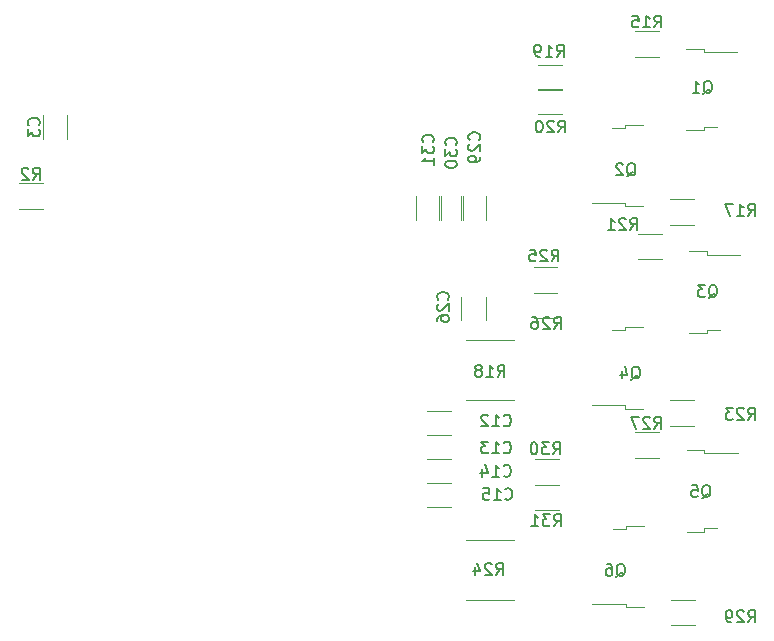
<source format=gbr>
G04 #@! TF.FileFunction,Legend,Bot*
%FSLAX46Y46*%
G04 Gerber Fmt 4.6, Leading zero omitted, Abs format (unit mm)*
G04 Created by KiCad (PCBNEW 4.0.4-stable) date 08/15/17 16:15:30*
%MOMM*%
%LPD*%
G01*
G04 APERTURE LIST*
%ADD10C,0.100000*%
%ADD11C,0.120000*%
%ADD12C,0.150000*%
G04 APERTURE END LIST*
D10*
D11*
X62593500Y41952500D02*
X61093500Y41952500D01*
X61093500Y41952500D02*
X61093500Y42222500D01*
X61093500Y42222500D02*
X58263500Y42222500D01*
X62593500Y48852500D02*
X61093500Y48852500D01*
X61093500Y48852500D02*
X61093500Y48582500D01*
X61093500Y48582500D02*
X59993500Y48582500D01*
X62593500Y24807500D02*
X61093500Y24807500D01*
X61093500Y24807500D02*
X61093500Y25077500D01*
X61093500Y25077500D02*
X58263500Y25077500D01*
X62593500Y31707500D02*
X61093500Y31707500D01*
X61093500Y31707500D02*
X61093500Y31437500D01*
X61093500Y31437500D02*
X59993500Y31437500D01*
X11807000Y47641000D02*
X11807000Y49641000D01*
X13847000Y49641000D02*
X13847000Y47641000D01*
X44339000Y24642000D02*
X46339000Y24642000D01*
X46339000Y22602000D02*
X44339000Y22602000D01*
X44339000Y22610000D02*
X46339000Y22610000D01*
X46339000Y20570000D02*
X44339000Y20570000D01*
X44339000Y20578000D02*
X46339000Y20578000D01*
X46339000Y18538000D02*
X44339000Y18538000D01*
X44339000Y18546000D02*
X46339000Y18546000D01*
X46339000Y16506000D02*
X44339000Y16506000D01*
X49280000Y34274000D02*
X49280000Y32274000D01*
X47240000Y32274000D02*
X47240000Y34274000D01*
X47240000Y40783000D02*
X47240000Y42783000D01*
X49280000Y42783000D02*
X49280000Y40783000D01*
X45335000Y40783000D02*
X45335000Y42783000D01*
X47375000Y42783000D02*
X47375000Y40783000D01*
X43430000Y40783000D02*
X43430000Y42783000D01*
X45470000Y42783000D02*
X45470000Y40783000D01*
X66248000Y55266000D02*
X67748000Y55266000D01*
X67748000Y55266000D02*
X67748000Y54996000D01*
X67748000Y54996000D02*
X70578000Y54996000D01*
X66248000Y48366000D02*
X67748000Y48366000D01*
X67748000Y48366000D02*
X67748000Y48636000D01*
X67748000Y48636000D02*
X68848000Y48636000D01*
X66502000Y38121000D02*
X68002000Y38121000D01*
X68002000Y38121000D02*
X68002000Y37851000D01*
X68002000Y37851000D02*
X70832000Y37851000D01*
X66502000Y31221000D02*
X68002000Y31221000D01*
X68002000Y31221000D02*
X68002000Y31491000D01*
X68002000Y31491000D02*
X69102000Y31491000D01*
X66311500Y21293500D02*
X67811500Y21293500D01*
X67811500Y21293500D02*
X67811500Y21023500D01*
X67811500Y21023500D02*
X70641500Y21023500D01*
X66311500Y14393500D02*
X67811500Y14393500D01*
X67811500Y14393500D02*
X67811500Y14663500D01*
X67811500Y14663500D02*
X68911500Y14663500D01*
X62657000Y7980000D02*
X61157000Y7980000D01*
X61157000Y7980000D02*
X61157000Y8250000D01*
X61157000Y8250000D02*
X58327000Y8250000D01*
X62657000Y14880000D02*
X61157000Y14880000D01*
X61157000Y14880000D02*
X61157000Y14610000D01*
X61157000Y14610000D02*
X60057000Y14610000D01*
X9795000Y41729000D02*
X11795000Y41729000D01*
X11795000Y43869000D02*
X9795000Y43869000D01*
X61928500Y54619500D02*
X63928500Y54619500D01*
X63928500Y56759500D02*
X61928500Y56759500D01*
X64913000Y40395500D02*
X66913000Y40395500D01*
X66913000Y42535500D02*
X64913000Y42535500D01*
X53737000Y49730000D02*
X55737000Y49730000D01*
X55737000Y51870000D02*
X53737000Y51870000D01*
X55737000Y53902000D02*
X53737000Y53902000D01*
X53737000Y51762000D02*
X55737000Y51762000D01*
X62182500Y37474500D02*
X64182500Y37474500D01*
X64182500Y39614500D02*
X62182500Y39614500D01*
X64913000Y23377500D02*
X66913000Y23377500D01*
X66913000Y25517500D02*
X64913000Y25517500D01*
X53356000Y32458000D02*
X55356000Y32458000D01*
X55356000Y34598000D02*
X53356000Y34598000D01*
X55356000Y36757000D02*
X53356000Y36757000D01*
X53356000Y34617000D02*
X55356000Y34617000D01*
X61928500Y20647000D02*
X63928500Y20647000D01*
X63928500Y22787000D02*
X61928500Y22787000D01*
X64976500Y6486500D02*
X66976500Y6486500D01*
X66976500Y8626500D02*
X64976500Y8626500D01*
X53483000Y16202000D02*
X55483000Y16202000D01*
X55483000Y18342000D02*
X53483000Y18342000D01*
X55483000Y20501000D02*
X53483000Y20501000D01*
X53483000Y18361000D02*
X55483000Y18361000D01*
X51687000Y25527000D02*
X47627000Y25527000D01*
X51687000Y30607000D02*
X47627000Y30607000D01*
X51687000Y8636000D02*
X47627000Y8636000D01*
X51687000Y13716000D02*
X47627000Y13716000D01*
D12*
X61245738Y44473881D02*
X61340976Y44521500D01*
X61436214Y44616738D01*
X61579071Y44759595D01*
X61674310Y44807214D01*
X61769548Y44807214D01*
X61721929Y44569119D02*
X61817167Y44616738D01*
X61912405Y44711976D01*
X61960024Y44902452D01*
X61960024Y45235786D01*
X61912405Y45426262D01*
X61817167Y45521500D01*
X61721929Y45569119D01*
X61531452Y45569119D01*
X61436214Y45521500D01*
X61340976Y45426262D01*
X61293357Y45235786D01*
X61293357Y44902452D01*
X61340976Y44711976D01*
X61436214Y44616738D01*
X61531452Y44569119D01*
X61721929Y44569119D01*
X60912405Y45473881D02*
X60864786Y45521500D01*
X60769548Y45569119D01*
X60531452Y45569119D01*
X60436214Y45521500D01*
X60388595Y45473881D01*
X60340976Y45378643D01*
X60340976Y45283405D01*
X60388595Y45140548D01*
X60960024Y44569119D01*
X60340976Y44569119D01*
X61626738Y27265381D02*
X61721976Y27313000D01*
X61817214Y27408238D01*
X61960071Y27551095D01*
X62055310Y27598714D01*
X62150548Y27598714D01*
X62102929Y27360619D02*
X62198167Y27408238D01*
X62293405Y27503476D01*
X62341024Y27693952D01*
X62341024Y28027286D01*
X62293405Y28217762D01*
X62198167Y28313000D01*
X62102929Y28360619D01*
X61912452Y28360619D01*
X61817214Y28313000D01*
X61721976Y28217762D01*
X61674357Y28027286D01*
X61674357Y27693952D01*
X61721976Y27503476D01*
X61817214Y27408238D01*
X61912452Y27360619D01*
X62102929Y27360619D01*
X60817214Y28027286D02*
X60817214Y27360619D01*
X61055310Y28408238D02*
X61293405Y27693952D01*
X60674357Y27693952D01*
X11434143Y48807666D02*
X11481762Y48855285D01*
X11529381Y48998142D01*
X11529381Y49093380D01*
X11481762Y49236238D01*
X11386524Y49331476D01*
X11291286Y49379095D01*
X11100810Y49426714D01*
X10957952Y49426714D01*
X10767476Y49379095D01*
X10672238Y49331476D01*
X10577000Y49236238D01*
X10529381Y49093380D01*
X10529381Y48998142D01*
X10577000Y48855285D01*
X10624619Y48807666D01*
X10529381Y48474333D02*
X10529381Y47855285D01*
X10910333Y48188619D01*
X10910333Y48045761D01*
X10957952Y47950523D01*
X11005571Y47902904D01*
X11100810Y47855285D01*
X11338905Y47855285D01*
X11434143Y47902904D01*
X11481762Y47950523D01*
X11529381Y48045761D01*
X11529381Y48331476D01*
X11481762Y48426714D01*
X11434143Y48474333D01*
X50807857Y23391857D02*
X50855476Y23344238D01*
X50998333Y23296619D01*
X51093571Y23296619D01*
X51236429Y23344238D01*
X51331667Y23439476D01*
X51379286Y23534714D01*
X51426905Y23725190D01*
X51426905Y23868048D01*
X51379286Y24058524D01*
X51331667Y24153762D01*
X51236429Y24249000D01*
X51093571Y24296619D01*
X50998333Y24296619D01*
X50855476Y24249000D01*
X50807857Y24201381D01*
X49855476Y23296619D02*
X50426905Y23296619D01*
X50141191Y23296619D02*
X50141191Y24296619D01*
X50236429Y24153762D01*
X50331667Y24058524D01*
X50426905Y24010905D01*
X49474524Y24201381D02*
X49426905Y24249000D01*
X49331667Y24296619D01*
X49093571Y24296619D01*
X48998333Y24249000D01*
X48950714Y24201381D01*
X48903095Y24106143D01*
X48903095Y24010905D01*
X48950714Y23868048D01*
X49522143Y23296619D01*
X48903095Y23296619D01*
X50807857Y21105857D02*
X50855476Y21058238D01*
X50998333Y21010619D01*
X51093571Y21010619D01*
X51236429Y21058238D01*
X51331667Y21153476D01*
X51379286Y21248714D01*
X51426905Y21439190D01*
X51426905Y21582048D01*
X51379286Y21772524D01*
X51331667Y21867762D01*
X51236429Y21963000D01*
X51093571Y22010619D01*
X50998333Y22010619D01*
X50855476Y21963000D01*
X50807857Y21915381D01*
X49855476Y21010619D02*
X50426905Y21010619D01*
X50141191Y21010619D02*
X50141191Y22010619D01*
X50236429Y21867762D01*
X50331667Y21772524D01*
X50426905Y21724905D01*
X49522143Y22010619D02*
X48903095Y22010619D01*
X49236429Y21629667D01*
X49093571Y21629667D01*
X48998333Y21582048D01*
X48950714Y21534429D01*
X48903095Y21439190D01*
X48903095Y21201095D01*
X48950714Y21105857D01*
X48998333Y21058238D01*
X49093571Y21010619D01*
X49379286Y21010619D01*
X49474524Y21058238D01*
X49522143Y21105857D01*
X50807857Y19137357D02*
X50855476Y19089738D01*
X50998333Y19042119D01*
X51093571Y19042119D01*
X51236429Y19089738D01*
X51331667Y19184976D01*
X51379286Y19280214D01*
X51426905Y19470690D01*
X51426905Y19613548D01*
X51379286Y19804024D01*
X51331667Y19899262D01*
X51236429Y19994500D01*
X51093571Y20042119D01*
X50998333Y20042119D01*
X50855476Y19994500D01*
X50807857Y19946881D01*
X49855476Y19042119D02*
X50426905Y19042119D01*
X50141191Y19042119D02*
X50141191Y20042119D01*
X50236429Y19899262D01*
X50331667Y19804024D01*
X50426905Y19756405D01*
X48998333Y19708786D02*
X48998333Y19042119D01*
X49236429Y20089738D02*
X49474524Y19375452D01*
X48855476Y19375452D01*
X50934857Y17168857D02*
X50982476Y17121238D01*
X51125333Y17073619D01*
X51220571Y17073619D01*
X51363429Y17121238D01*
X51458667Y17216476D01*
X51506286Y17311714D01*
X51553905Y17502190D01*
X51553905Y17645048D01*
X51506286Y17835524D01*
X51458667Y17930762D01*
X51363429Y18026000D01*
X51220571Y18073619D01*
X51125333Y18073619D01*
X50982476Y18026000D01*
X50934857Y17978381D01*
X49982476Y17073619D02*
X50553905Y17073619D01*
X50268191Y17073619D02*
X50268191Y18073619D01*
X50363429Y17930762D01*
X50458667Y17835524D01*
X50553905Y17787905D01*
X49077714Y18073619D02*
X49553905Y18073619D01*
X49601524Y17597429D01*
X49553905Y17645048D01*
X49458667Y17692667D01*
X49220571Y17692667D01*
X49125333Y17645048D01*
X49077714Y17597429D01*
X49030095Y17502190D01*
X49030095Y17264095D01*
X49077714Y17168857D01*
X49125333Y17121238D01*
X49220571Y17073619D01*
X49458667Y17073619D01*
X49553905Y17121238D01*
X49601524Y17168857D01*
X46077143Y34043857D02*
X46124762Y34091476D01*
X46172381Y34234333D01*
X46172381Y34329571D01*
X46124762Y34472429D01*
X46029524Y34567667D01*
X45934286Y34615286D01*
X45743810Y34662905D01*
X45600952Y34662905D01*
X45410476Y34615286D01*
X45315238Y34567667D01*
X45220000Y34472429D01*
X45172381Y34329571D01*
X45172381Y34234333D01*
X45220000Y34091476D01*
X45267619Y34043857D01*
X45267619Y33662905D02*
X45220000Y33615286D01*
X45172381Y33520048D01*
X45172381Y33281952D01*
X45220000Y33186714D01*
X45267619Y33139095D01*
X45362857Y33091476D01*
X45458095Y33091476D01*
X45600952Y33139095D01*
X46172381Y33710524D01*
X46172381Y33091476D01*
X45172381Y32234333D02*
X45172381Y32424810D01*
X45220000Y32520048D01*
X45267619Y32567667D01*
X45410476Y32662905D01*
X45600952Y32710524D01*
X45981905Y32710524D01*
X46077143Y32662905D01*
X46124762Y32615286D01*
X46172381Y32520048D01*
X46172381Y32329571D01*
X46124762Y32234333D01*
X46077143Y32186714D01*
X45981905Y32139095D01*
X45743810Y32139095D01*
X45648571Y32186714D01*
X45600952Y32234333D01*
X45553333Y32329571D01*
X45553333Y32520048D01*
X45600952Y32615286D01*
X45648571Y32662905D01*
X45743810Y32710524D01*
X48744143Y47569357D02*
X48791762Y47616976D01*
X48839381Y47759833D01*
X48839381Y47855071D01*
X48791762Y47997929D01*
X48696524Y48093167D01*
X48601286Y48140786D01*
X48410810Y48188405D01*
X48267952Y48188405D01*
X48077476Y48140786D01*
X47982238Y48093167D01*
X47887000Y47997929D01*
X47839381Y47855071D01*
X47839381Y47759833D01*
X47887000Y47616976D01*
X47934619Y47569357D01*
X47934619Y47188405D02*
X47887000Y47140786D01*
X47839381Y47045548D01*
X47839381Y46807452D01*
X47887000Y46712214D01*
X47934619Y46664595D01*
X48029857Y46616976D01*
X48125095Y46616976D01*
X48267952Y46664595D01*
X48839381Y47236024D01*
X48839381Y46616976D01*
X48839381Y46140786D02*
X48839381Y45950310D01*
X48791762Y45855071D01*
X48744143Y45807452D01*
X48601286Y45712214D01*
X48410810Y45664595D01*
X48029857Y45664595D01*
X47934619Y45712214D01*
X47887000Y45759833D01*
X47839381Y45855071D01*
X47839381Y46045548D01*
X47887000Y46140786D01*
X47934619Y46188405D01*
X48029857Y46236024D01*
X48267952Y46236024D01*
X48363190Y46188405D01*
X48410810Y46140786D01*
X48458429Y46045548D01*
X48458429Y45855071D01*
X48410810Y45759833D01*
X48363190Y45712214D01*
X48267952Y45664595D01*
X46775643Y47124857D02*
X46823262Y47172476D01*
X46870881Y47315333D01*
X46870881Y47410571D01*
X46823262Y47553429D01*
X46728024Y47648667D01*
X46632786Y47696286D01*
X46442310Y47743905D01*
X46299452Y47743905D01*
X46108976Y47696286D01*
X46013738Y47648667D01*
X45918500Y47553429D01*
X45870881Y47410571D01*
X45870881Y47315333D01*
X45918500Y47172476D01*
X45966119Y47124857D01*
X45870881Y46791524D02*
X45870881Y46172476D01*
X46251833Y46505810D01*
X46251833Y46362952D01*
X46299452Y46267714D01*
X46347071Y46220095D01*
X46442310Y46172476D01*
X46680405Y46172476D01*
X46775643Y46220095D01*
X46823262Y46267714D01*
X46870881Y46362952D01*
X46870881Y46648667D01*
X46823262Y46743905D01*
X46775643Y46791524D01*
X45870881Y45553429D02*
X45870881Y45458190D01*
X45918500Y45362952D01*
X45966119Y45315333D01*
X46061357Y45267714D01*
X46251833Y45220095D01*
X46489929Y45220095D01*
X46680405Y45267714D01*
X46775643Y45315333D01*
X46823262Y45362952D01*
X46870881Y45458190D01*
X46870881Y45553429D01*
X46823262Y45648667D01*
X46775643Y45696286D01*
X46680405Y45743905D01*
X46489929Y45791524D01*
X46251833Y45791524D01*
X46061357Y45743905D01*
X45966119Y45696286D01*
X45918500Y45648667D01*
X45870881Y45553429D01*
X44807143Y47378857D02*
X44854762Y47426476D01*
X44902381Y47569333D01*
X44902381Y47664571D01*
X44854762Y47807429D01*
X44759524Y47902667D01*
X44664286Y47950286D01*
X44473810Y47997905D01*
X44330952Y47997905D01*
X44140476Y47950286D01*
X44045238Y47902667D01*
X43950000Y47807429D01*
X43902381Y47664571D01*
X43902381Y47569333D01*
X43950000Y47426476D01*
X43997619Y47378857D01*
X43902381Y47045524D02*
X43902381Y46426476D01*
X44283333Y46759810D01*
X44283333Y46616952D01*
X44330952Y46521714D01*
X44378571Y46474095D01*
X44473810Y46426476D01*
X44711905Y46426476D01*
X44807143Y46474095D01*
X44854762Y46521714D01*
X44902381Y46616952D01*
X44902381Y46902667D01*
X44854762Y46997905D01*
X44807143Y47045524D01*
X44902381Y45474095D02*
X44902381Y46045524D01*
X44902381Y45759810D02*
X43902381Y45759810D01*
X44045238Y45855048D01*
X44140476Y45950286D01*
X44188095Y46045524D01*
X67722738Y51458881D02*
X67817976Y51506500D01*
X67913214Y51601738D01*
X68056071Y51744595D01*
X68151310Y51792214D01*
X68246548Y51792214D01*
X68198929Y51554119D02*
X68294167Y51601738D01*
X68389405Y51696976D01*
X68437024Y51887452D01*
X68437024Y52220786D01*
X68389405Y52411262D01*
X68294167Y52506500D01*
X68198929Y52554119D01*
X68008452Y52554119D01*
X67913214Y52506500D01*
X67817976Y52411262D01*
X67770357Y52220786D01*
X67770357Y51887452D01*
X67817976Y51696976D01*
X67913214Y51601738D01*
X68008452Y51554119D01*
X68198929Y51554119D01*
X66817976Y51554119D02*
X67389405Y51554119D01*
X67103691Y51554119D02*
X67103691Y52554119D01*
X67198929Y52411262D01*
X67294167Y52316024D01*
X67389405Y52268405D01*
X68167238Y34186881D02*
X68262476Y34234500D01*
X68357714Y34329738D01*
X68500571Y34472595D01*
X68595810Y34520214D01*
X68691048Y34520214D01*
X68643429Y34282119D02*
X68738667Y34329738D01*
X68833905Y34424976D01*
X68881524Y34615452D01*
X68881524Y34948786D01*
X68833905Y35139262D01*
X68738667Y35234500D01*
X68643429Y35282119D01*
X68452952Y35282119D01*
X68357714Y35234500D01*
X68262476Y35139262D01*
X68214857Y34948786D01*
X68214857Y34615452D01*
X68262476Y34424976D01*
X68357714Y34329738D01*
X68452952Y34282119D01*
X68643429Y34282119D01*
X67881524Y35282119D02*
X67262476Y35282119D01*
X67595810Y34901167D01*
X67452952Y34901167D01*
X67357714Y34853548D01*
X67310095Y34805929D01*
X67262476Y34710690D01*
X67262476Y34472595D01*
X67310095Y34377357D01*
X67357714Y34329738D01*
X67452952Y34282119D01*
X67738667Y34282119D01*
X67833905Y34329738D01*
X67881524Y34377357D01*
X67595738Y17232381D02*
X67690976Y17280000D01*
X67786214Y17375238D01*
X67929071Y17518095D01*
X68024310Y17565714D01*
X68119548Y17565714D01*
X68071929Y17327619D02*
X68167167Y17375238D01*
X68262405Y17470476D01*
X68310024Y17660952D01*
X68310024Y17994286D01*
X68262405Y18184762D01*
X68167167Y18280000D01*
X68071929Y18327619D01*
X67881452Y18327619D01*
X67786214Y18280000D01*
X67690976Y18184762D01*
X67643357Y17994286D01*
X67643357Y17660952D01*
X67690976Y17470476D01*
X67786214Y17375238D01*
X67881452Y17327619D01*
X68071929Y17327619D01*
X66738595Y18327619D02*
X67214786Y18327619D01*
X67262405Y17851429D01*
X67214786Y17899048D01*
X67119548Y17946667D01*
X66881452Y17946667D01*
X66786214Y17899048D01*
X66738595Y17851429D01*
X66690976Y17756190D01*
X66690976Y17518095D01*
X66738595Y17422857D01*
X66786214Y17375238D01*
X66881452Y17327619D01*
X67119548Y17327619D01*
X67214786Y17375238D01*
X67262405Y17422857D01*
X60356738Y10564881D02*
X60451976Y10612500D01*
X60547214Y10707738D01*
X60690071Y10850595D01*
X60785310Y10898214D01*
X60880548Y10898214D01*
X60832929Y10660119D02*
X60928167Y10707738D01*
X61023405Y10802976D01*
X61071024Y10993452D01*
X61071024Y11326786D01*
X61023405Y11517262D01*
X60928167Y11612500D01*
X60832929Y11660119D01*
X60642452Y11660119D01*
X60547214Y11612500D01*
X60451976Y11517262D01*
X60404357Y11326786D01*
X60404357Y10993452D01*
X60451976Y10802976D01*
X60547214Y10707738D01*
X60642452Y10660119D01*
X60832929Y10660119D01*
X59547214Y11660119D02*
X59737691Y11660119D01*
X59832929Y11612500D01*
X59880548Y11564881D01*
X59975786Y11422024D01*
X60023405Y11231548D01*
X60023405Y10850595D01*
X59975786Y10755357D01*
X59928167Y10707738D01*
X59832929Y10660119D01*
X59642452Y10660119D01*
X59547214Y10707738D01*
X59499595Y10755357D01*
X59451976Y10850595D01*
X59451976Y11088690D01*
X59499595Y11183929D01*
X59547214Y11231548D01*
X59642452Y11279167D01*
X59832929Y11279167D01*
X59928167Y11231548D01*
X59975786Y11183929D01*
X60023405Y11088690D01*
X10961666Y44196619D02*
X11295000Y44672810D01*
X11533095Y44196619D02*
X11533095Y45196619D01*
X11152142Y45196619D01*
X11056904Y45149000D01*
X11009285Y45101381D01*
X10961666Y45006143D01*
X10961666Y44863286D01*
X11009285Y44768048D01*
X11056904Y44720429D01*
X11152142Y44672810D01*
X11533095Y44672810D01*
X10580714Y45101381D02*
X10533095Y45149000D01*
X10437857Y45196619D01*
X10199761Y45196619D01*
X10104523Y45149000D01*
X10056904Y45101381D01*
X10009285Y45006143D01*
X10009285Y44910905D01*
X10056904Y44768048D01*
X10628333Y44196619D01*
X10009285Y44196619D01*
X63571357Y57087119D02*
X63904691Y57563310D01*
X64142786Y57087119D02*
X64142786Y58087119D01*
X63761833Y58087119D01*
X63666595Y58039500D01*
X63618976Y57991881D01*
X63571357Y57896643D01*
X63571357Y57753786D01*
X63618976Y57658548D01*
X63666595Y57610929D01*
X63761833Y57563310D01*
X64142786Y57563310D01*
X62618976Y57087119D02*
X63190405Y57087119D01*
X62904691Y57087119D02*
X62904691Y58087119D01*
X62999929Y57944262D01*
X63095167Y57849024D01*
X63190405Y57801405D01*
X61714214Y58087119D02*
X62190405Y58087119D01*
X62238024Y57610929D01*
X62190405Y57658548D01*
X62095167Y57706167D01*
X61857071Y57706167D01*
X61761833Y57658548D01*
X61714214Y57610929D01*
X61666595Y57515690D01*
X61666595Y57277595D01*
X61714214Y57182357D01*
X61761833Y57134738D01*
X61857071Y57087119D01*
X62095167Y57087119D01*
X62190405Y57134738D01*
X62238024Y57182357D01*
X71508857Y41140119D02*
X71842191Y41616310D01*
X72080286Y41140119D02*
X72080286Y42140119D01*
X71699333Y42140119D01*
X71604095Y42092500D01*
X71556476Y42044881D01*
X71508857Y41949643D01*
X71508857Y41806786D01*
X71556476Y41711548D01*
X71604095Y41663929D01*
X71699333Y41616310D01*
X72080286Y41616310D01*
X70556476Y41140119D02*
X71127905Y41140119D01*
X70842191Y41140119D02*
X70842191Y42140119D01*
X70937429Y41997262D01*
X71032667Y41902024D01*
X71127905Y41854405D01*
X70223143Y42140119D02*
X69556476Y42140119D01*
X69985048Y41140119D01*
X55316357Y54602119D02*
X55649691Y55078310D01*
X55887786Y54602119D02*
X55887786Y55602119D01*
X55506833Y55602119D01*
X55411595Y55554500D01*
X55363976Y55506881D01*
X55316357Y55411643D01*
X55316357Y55268786D01*
X55363976Y55173548D01*
X55411595Y55125929D01*
X55506833Y55078310D01*
X55887786Y55078310D01*
X54363976Y54602119D02*
X54935405Y54602119D01*
X54649691Y54602119D02*
X54649691Y55602119D01*
X54744929Y55459262D01*
X54840167Y55364024D01*
X54935405Y55316405D01*
X53887786Y54602119D02*
X53697310Y54602119D01*
X53602071Y54649738D01*
X53554452Y54697357D01*
X53459214Y54840214D01*
X53411595Y55030690D01*
X53411595Y55411643D01*
X53459214Y55506881D01*
X53506833Y55554500D01*
X53602071Y55602119D01*
X53792548Y55602119D01*
X53887786Y55554500D01*
X53935405Y55506881D01*
X53983024Y55411643D01*
X53983024Y55173548D01*
X53935405Y55078310D01*
X53887786Y55030690D01*
X53792548Y54983071D01*
X53602071Y54983071D01*
X53506833Y55030690D01*
X53459214Y55078310D01*
X53411595Y55173548D01*
X55443357Y48188619D02*
X55776691Y48664810D01*
X56014786Y48188619D02*
X56014786Y49188619D01*
X55633833Y49188619D01*
X55538595Y49141000D01*
X55490976Y49093381D01*
X55443357Y48998143D01*
X55443357Y48855286D01*
X55490976Y48760048D01*
X55538595Y48712429D01*
X55633833Y48664810D01*
X56014786Y48664810D01*
X55062405Y49093381D02*
X55014786Y49141000D01*
X54919548Y49188619D01*
X54681452Y49188619D01*
X54586214Y49141000D01*
X54538595Y49093381D01*
X54490976Y48998143D01*
X54490976Y48902905D01*
X54538595Y48760048D01*
X55110024Y48188619D01*
X54490976Y48188619D01*
X53871929Y49188619D02*
X53776690Y49188619D01*
X53681452Y49141000D01*
X53633833Y49093381D01*
X53586214Y48998143D01*
X53538595Y48807667D01*
X53538595Y48569571D01*
X53586214Y48379095D01*
X53633833Y48283857D01*
X53681452Y48236238D01*
X53776690Y48188619D01*
X53871929Y48188619D01*
X53967167Y48236238D01*
X54014786Y48283857D01*
X54062405Y48379095D01*
X54110024Y48569571D01*
X54110024Y48807667D01*
X54062405Y48998143D01*
X54014786Y49093381D01*
X53967167Y49141000D01*
X53871929Y49188619D01*
X61539357Y39933619D02*
X61872691Y40409810D01*
X62110786Y39933619D02*
X62110786Y40933619D01*
X61729833Y40933619D01*
X61634595Y40886000D01*
X61586976Y40838381D01*
X61539357Y40743143D01*
X61539357Y40600286D01*
X61586976Y40505048D01*
X61634595Y40457429D01*
X61729833Y40409810D01*
X62110786Y40409810D01*
X61158405Y40838381D02*
X61110786Y40886000D01*
X61015548Y40933619D01*
X60777452Y40933619D01*
X60682214Y40886000D01*
X60634595Y40838381D01*
X60586976Y40743143D01*
X60586976Y40647905D01*
X60634595Y40505048D01*
X61206024Y39933619D01*
X60586976Y39933619D01*
X59634595Y39933619D02*
X60206024Y39933619D01*
X59920310Y39933619D02*
X59920310Y40933619D01*
X60015548Y40790762D01*
X60110786Y40695524D01*
X60206024Y40647905D01*
X71508857Y23868119D02*
X71842191Y24344310D01*
X72080286Y23868119D02*
X72080286Y24868119D01*
X71699333Y24868119D01*
X71604095Y24820500D01*
X71556476Y24772881D01*
X71508857Y24677643D01*
X71508857Y24534786D01*
X71556476Y24439548D01*
X71604095Y24391929D01*
X71699333Y24344310D01*
X72080286Y24344310D01*
X71127905Y24772881D02*
X71080286Y24820500D01*
X70985048Y24868119D01*
X70746952Y24868119D01*
X70651714Y24820500D01*
X70604095Y24772881D01*
X70556476Y24677643D01*
X70556476Y24582405D01*
X70604095Y24439548D01*
X71175524Y23868119D01*
X70556476Y23868119D01*
X70223143Y24868119D02*
X69604095Y24868119D01*
X69937429Y24487167D01*
X69794571Y24487167D01*
X69699333Y24439548D01*
X69651714Y24391929D01*
X69604095Y24296690D01*
X69604095Y24058595D01*
X69651714Y23963357D01*
X69699333Y23915738D01*
X69794571Y23868119D01*
X70080286Y23868119D01*
X70175524Y23915738D01*
X70223143Y23963357D01*
X54871857Y37266619D02*
X55205191Y37742810D01*
X55443286Y37266619D02*
X55443286Y38266619D01*
X55062333Y38266619D01*
X54967095Y38219000D01*
X54919476Y38171381D01*
X54871857Y38076143D01*
X54871857Y37933286D01*
X54919476Y37838048D01*
X54967095Y37790429D01*
X55062333Y37742810D01*
X55443286Y37742810D01*
X54490905Y38171381D02*
X54443286Y38219000D01*
X54348048Y38266619D01*
X54109952Y38266619D01*
X54014714Y38219000D01*
X53967095Y38171381D01*
X53919476Y38076143D01*
X53919476Y37980905D01*
X53967095Y37838048D01*
X54538524Y37266619D01*
X53919476Y37266619D01*
X53014714Y38266619D02*
X53490905Y38266619D01*
X53538524Y37790429D01*
X53490905Y37838048D01*
X53395667Y37885667D01*
X53157571Y37885667D01*
X53062333Y37838048D01*
X53014714Y37790429D01*
X52967095Y37695190D01*
X52967095Y37457095D01*
X53014714Y37361857D01*
X53062333Y37314238D01*
X53157571Y37266619D01*
X53395667Y37266619D01*
X53490905Y37314238D01*
X53538524Y37361857D01*
X55062357Y31551619D02*
X55395691Y32027810D01*
X55633786Y31551619D02*
X55633786Y32551619D01*
X55252833Y32551619D01*
X55157595Y32504000D01*
X55109976Y32456381D01*
X55062357Y32361143D01*
X55062357Y32218286D01*
X55109976Y32123048D01*
X55157595Y32075429D01*
X55252833Y32027810D01*
X55633786Y32027810D01*
X54681405Y32456381D02*
X54633786Y32504000D01*
X54538548Y32551619D01*
X54300452Y32551619D01*
X54205214Y32504000D01*
X54157595Y32456381D01*
X54109976Y32361143D01*
X54109976Y32265905D01*
X54157595Y32123048D01*
X54729024Y31551619D01*
X54109976Y31551619D01*
X53252833Y32551619D02*
X53443310Y32551619D01*
X53538548Y32504000D01*
X53586167Y32456381D01*
X53681405Y32313524D01*
X53729024Y32123048D01*
X53729024Y31742095D01*
X53681405Y31646857D01*
X53633786Y31599238D01*
X53538548Y31551619D01*
X53348071Y31551619D01*
X53252833Y31599238D01*
X53205214Y31646857D01*
X53157595Y31742095D01*
X53157595Y31980190D01*
X53205214Y32075429D01*
X53252833Y32123048D01*
X53348071Y32170667D01*
X53538548Y32170667D01*
X53633786Y32123048D01*
X53681405Y32075429D01*
X53729024Y31980190D01*
X63571357Y23114619D02*
X63904691Y23590810D01*
X64142786Y23114619D02*
X64142786Y24114619D01*
X63761833Y24114619D01*
X63666595Y24067000D01*
X63618976Y24019381D01*
X63571357Y23924143D01*
X63571357Y23781286D01*
X63618976Y23686048D01*
X63666595Y23638429D01*
X63761833Y23590810D01*
X64142786Y23590810D01*
X63190405Y24019381D02*
X63142786Y24067000D01*
X63047548Y24114619D01*
X62809452Y24114619D01*
X62714214Y24067000D01*
X62666595Y24019381D01*
X62618976Y23924143D01*
X62618976Y23828905D01*
X62666595Y23686048D01*
X63238024Y23114619D01*
X62618976Y23114619D01*
X62285643Y24114619D02*
X61618976Y24114619D01*
X62047548Y23114619D01*
X71508857Y6723119D02*
X71842191Y7199310D01*
X72080286Y6723119D02*
X72080286Y7723119D01*
X71699333Y7723119D01*
X71604095Y7675500D01*
X71556476Y7627881D01*
X71508857Y7532643D01*
X71508857Y7389786D01*
X71556476Y7294548D01*
X71604095Y7246929D01*
X71699333Y7199310D01*
X72080286Y7199310D01*
X71127905Y7627881D02*
X71080286Y7675500D01*
X70985048Y7723119D01*
X70746952Y7723119D01*
X70651714Y7675500D01*
X70604095Y7627881D01*
X70556476Y7532643D01*
X70556476Y7437405D01*
X70604095Y7294548D01*
X71175524Y6723119D01*
X70556476Y6723119D01*
X70080286Y6723119D02*
X69889810Y6723119D01*
X69794571Y6770738D01*
X69746952Y6818357D01*
X69651714Y6961214D01*
X69604095Y7151690D01*
X69604095Y7532643D01*
X69651714Y7627881D01*
X69699333Y7675500D01*
X69794571Y7723119D01*
X69985048Y7723119D01*
X70080286Y7675500D01*
X70127905Y7627881D01*
X70175524Y7532643D01*
X70175524Y7294548D01*
X70127905Y7199310D01*
X70080286Y7151690D01*
X69985048Y7104071D01*
X69794571Y7104071D01*
X69699333Y7151690D01*
X69651714Y7199310D01*
X69604095Y7294548D01*
X54998857Y20947119D02*
X55332191Y21423310D01*
X55570286Y20947119D02*
X55570286Y21947119D01*
X55189333Y21947119D01*
X55094095Y21899500D01*
X55046476Y21851881D01*
X54998857Y21756643D01*
X54998857Y21613786D01*
X55046476Y21518548D01*
X55094095Y21470929D01*
X55189333Y21423310D01*
X55570286Y21423310D01*
X54665524Y21947119D02*
X54046476Y21947119D01*
X54379810Y21566167D01*
X54236952Y21566167D01*
X54141714Y21518548D01*
X54094095Y21470929D01*
X54046476Y21375690D01*
X54046476Y21137595D01*
X54094095Y21042357D01*
X54141714Y20994738D01*
X54236952Y20947119D01*
X54522667Y20947119D01*
X54617905Y20994738D01*
X54665524Y21042357D01*
X53427429Y21947119D02*
X53332190Y21947119D01*
X53236952Y21899500D01*
X53189333Y21851881D01*
X53141714Y21756643D01*
X53094095Y21566167D01*
X53094095Y21328071D01*
X53141714Y21137595D01*
X53189333Y21042357D01*
X53236952Y20994738D01*
X53332190Y20947119D01*
X53427429Y20947119D01*
X53522667Y20994738D01*
X53570286Y21042357D01*
X53617905Y21137595D01*
X53665524Y21328071D01*
X53665524Y21566167D01*
X53617905Y21756643D01*
X53570286Y21851881D01*
X53522667Y21899500D01*
X53427429Y21947119D01*
X55062357Y14851119D02*
X55395691Y15327310D01*
X55633786Y14851119D02*
X55633786Y15851119D01*
X55252833Y15851119D01*
X55157595Y15803500D01*
X55109976Y15755881D01*
X55062357Y15660643D01*
X55062357Y15517786D01*
X55109976Y15422548D01*
X55157595Y15374929D01*
X55252833Y15327310D01*
X55633786Y15327310D01*
X54729024Y15851119D02*
X54109976Y15851119D01*
X54443310Y15470167D01*
X54300452Y15470167D01*
X54205214Y15422548D01*
X54157595Y15374929D01*
X54109976Y15279690D01*
X54109976Y15041595D01*
X54157595Y14946357D01*
X54205214Y14898738D01*
X54300452Y14851119D01*
X54586167Y14851119D01*
X54681405Y14898738D01*
X54729024Y14946357D01*
X53157595Y14851119D02*
X53729024Y14851119D01*
X53443310Y14851119D02*
X53443310Y15851119D01*
X53538548Y15708262D01*
X53633786Y15613024D01*
X53729024Y15565405D01*
X50299857Y27487619D02*
X50633191Y27963810D01*
X50871286Y27487619D02*
X50871286Y28487619D01*
X50490333Y28487619D01*
X50395095Y28440000D01*
X50347476Y28392381D01*
X50299857Y28297143D01*
X50299857Y28154286D01*
X50347476Y28059048D01*
X50395095Y28011429D01*
X50490333Y27963810D01*
X50871286Y27963810D01*
X49347476Y27487619D02*
X49918905Y27487619D01*
X49633191Y27487619D02*
X49633191Y28487619D01*
X49728429Y28344762D01*
X49823667Y28249524D01*
X49918905Y28201905D01*
X48776048Y28059048D02*
X48871286Y28106667D01*
X48918905Y28154286D01*
X48966524Y28249524D01*
X48966524Y28297143D01*
X48918905Y28392381D01*
X48871286Y28440000D01*
X48776048Y28487619D01*
X48585571Y28487619D01*
X48490333Y28440000D01*
X48442714Y28392381D01*
X48395095Y28297143D01*
X48395095Y28249524D01*
X48442714Y28154286D01*
X48490333Y28106667D01*
X48585571Y28059048D01*
X48776048Y28059048D01*
X48871286Y28011429D01*
X48918905Y27963810D01*
X48966524Y27868571D01*
X48966524Y27678095D01*
X48918905Y27582857D01*
X48871286Y27535238D01*
X48776048Y27487619D01*
X48585571Y27487619D01*
X48490333Y27535238D01*
X48442714Y27582857D01*
X48395095Y27678095D01*
X48395095Y27868571D01*
X48442714Y27963810D01*
X48490333Y28011429D01*
X48585571Y28059048D01*
X50172857Y10723619D02*
X50506191Y11199810D01*
X50744286Y10723619D02*
X50744286Y11723619D01*
X50363333Y11723619D01*
X50268095Y11676000D01*
X50220476Y11628381D01*
X50172857Y11533143D01*
X50172857Y11390286D01*
X50220476Y11295048D01*
X50268095Y11247429D01*
X50363333Y11199810D01*
X50744286Y11199810D01*
X49791905Y11628381D02*
X49744286Y11676000D01*
X49649048Y11723619D01*
X49410952Y11723619D01*
X49315714Y11676000D01*
X49268095Y11628381D01*
X49220476Y11533143D01*
X49220476Y11437905D01*
X49268095Y11295048D01*
X49839524Y10723619D01*
X49220476Y10723619D01*
X48363333Y11390286D02*
X48363333Y10723619D01*
X48601429Y11771238D02*
X48839524Y11056952D01*
X48220476Y11056952D01*
M02*

</source>
